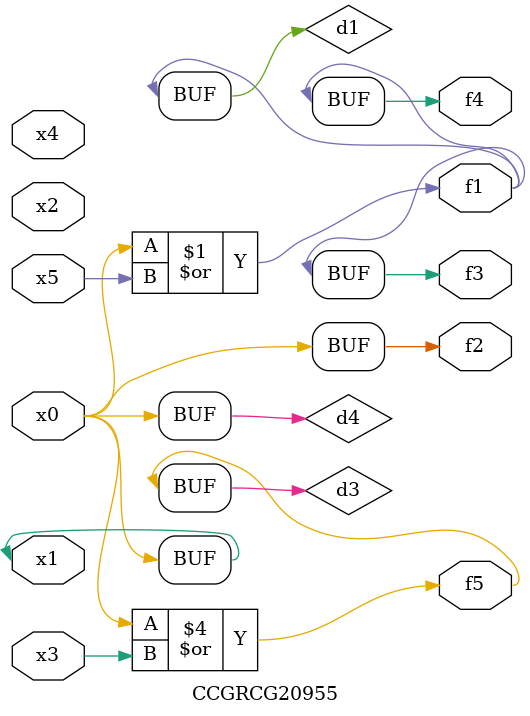
<source format=v>
module CCGRCG20955(
	input x0, x1, x2, x3, x4, x5,
	output f1, f2, f3, f4, f5
);

	wire d1, d2, d3, d4;

	or (d1, x0, x5);
	xnor (d2, x1, x4);
	or (d3, x0, x3);
	buf (d4, x0, x1);
	assign f1 = d1;
	assign f2 = d4;
	assign f3 = d1;
	assign f4 = d1;
	assign f5 = d3;
endmodule

</source>
